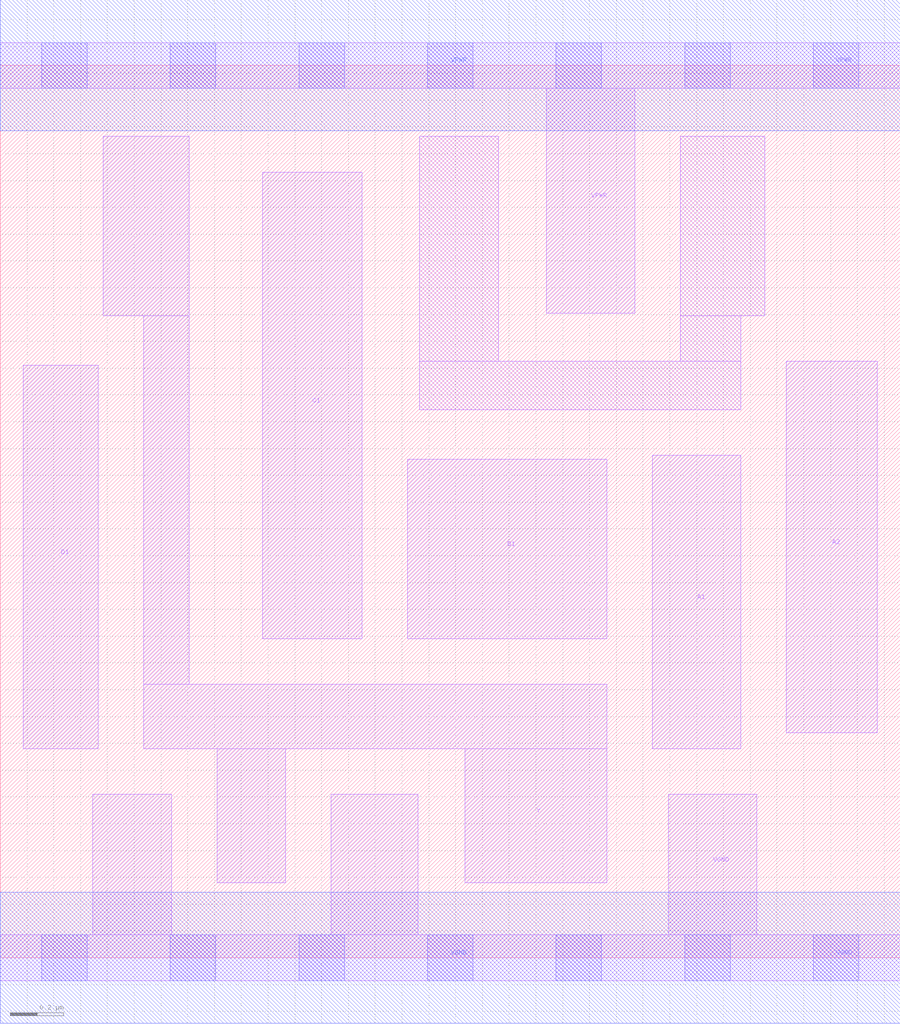
<source format=lef>
# Copyright 2020 The SkyWater PDK Authors
#
# Licensed under the Apache License, Version 2.0 (the "License");
# you may not use this file except in compliance with the License.
# You may obtain a copy of the License at
#
#     https://www.apache.org/licenses/LICENSE-2.0
#
# Unless required by applicable law or agreed to in writing, software
# distributed under the License is distributed on an "AS IS" BASIS,
# WITHOUT WARRANTIES OR CONDITIONS OF ANY KIND, either express or implied.
# See the License for the specific language governing permissions and
# limitations under the License.
#
# SPDX-License-Identifier: Apache-2.0

VERSION 5.7 ;
  NAMESCASESENSITIVE ON ;
  NOWIREEXTENSIONATPIN ON ;
  DIVIDERCHAR "/" ;
  BUSBITCHARS "[]" ;
UNITS
  DATABASE MICRONS 200 ;
END UNITS
MACRO sky130_fd_sc_lp__a2111oi_0
  CLASS CORE ;
  SOURCE USER ;
  FOREIGN sky130_fd_sc_lp__a2111oi_0 ;
  ORIGIN  0.000000  0.000000 ;
  SIZE  3.360000 BY  3.330000 ;
  SYMMETRY X Y R90 ;
  SITE unit ;
  PIN A1
    ANTENNAGATEAREA  0.159000 ;
    DIRECTION INPUT ;
    USE SIGNAL ;
    PORT
      LAYER li1 ;
        RECT 2.435000 0.780000 2.765000 1.875000 ;
    END
  END A1
  PIN A2
    ANTENNAGATEAREA  0.159000 ;
    DIRECTION INPUT ;
    USE SIGNAL ;
    PORT
      LAYER li1 ;
        RECT 2.935000 0.840000 3.275000 2.225000 ;
    END
  END A2
  PIN B1
    ANTENNAGATEAREA  0.159000 ;
    DIRECTION INPUT ;
    USE SIGNAL ;
    PORT
      LAYER li1 ;
        RECT 1.520000 1.190000 2.265000 1.860000 ;
    END
  END B1
  PIN C1
    ANTENNAGATEAREA  0.159000 ;
    DIRECTION INPUT ;
    USE SIGNAL ;
    PORT
      LAYER li1 ;
        RECT 0.980000 1.190000 1.350000 2.930000 ;
    END
  END C1
  PIN D1
    ANTENNAGATEAREA  0.159000 ;
    DIRECTION INPUT ;
    USE SIGNAL ;
    PORT
      LAYER li1 ;
        RECT 0.085000 0.780000 0.365000 2.210000 ;
    END
  END D1
  PIN Y
    ANTENNADIFFAREA  0.424000 ;
    DIRECTION OUTPUT ;
    USE SIGNAL ;
    PORT
      LAYER li1 ;
        RECT 0.385000 2.395000 0.705000 3.065000 ;
        RECT 0.535000 0.780000 2.265000 1.020000 ;
        RECT 0.535000 1.020000 0.705000 2.395000 ;
        RECT 0.810000 0.280000 1.065000 0.780000 ;
        RECT 1.735000 0.280000 2.265000 0.780000 ;
    END
  END Y
  PIN VGND
    DIRECTION INOUT ;
    USE GROUND ;
    PORT
      LAYER li1 ;
        RECT 0.000000 -0.085000 3.360000 0.085000 ;
        RECT 0.345000  0.085000 0.640000 0.610000 ;
        RECT 1.235000  0.085000 1.560000 0.610000 ;
        RECT 2.495000  0.085000 2.825000 0.610000 ;
      LAYER mcon ;
        RECT 0.155000 -0.085000 0.325000 0.085000 ;
        RECT 0.635000 -0.085000 0.805000 0.085000 ;
        RECT 1.115000 -0.085000 1.285000 0.085000 ;
        RECT 1.595000 -0.085000 1.765000 0.085000 ;
        RECT 2.075000 -0.085000 2.245000 0.085000 ;
        RECT 2.555000 -0.085000 2.725000 0.085000 ;
        RECT 3.035000 -0.085000 3.205000 0.085000 ;
      LAYER met1 ;
        RECT 0.000000 -0.245000 3.360000 0.245000 ;
    END
  END VGND
  PIN VPWR
    DIRECTION INOUT ;
    USE POWER ;
    PORT
      LAYER li1 ;
        RECT 0.000000 3.245000 3.360000 3.415000 ;
        RECT 2.040000 2.405000 2.370000 3.245000 ;
      LAYER mcon ;
        RECT 0.155000 3.245000 0.325000 3.415000 ;
        RECT 0.635000 3.245000 0.805000 3.415000 ;
        RECT 1.115000 3.245000 1.285000 3.415000 ;
        RECT 1.595000 3.245000 1.765000 3.415000 ;
        RECT 2.075000 3.245000 2.245000 3.415000 ;
        RECT 2.555000 3.245000 2.725000 3.415000 ;
        RECT 3.035000 3.245000 3.205000 3.415000 ;
      LAYER met1 ;
        RECT 0.000000 3.085000 3.360000 3.575000 ;
    END
  END VPWR
  OBS
    LAYER li1 ;
      RECT 1.565000 2.045000 2.765000 2.225000 ;
      RECT 1.565000 2.225000 1.860000 3.065000 ;
      RECT 2.540000 2.225000 2.765000 2.395000 ;
      RECT 2.540000 2.395000 2.855000 3.065000 ;
  END
END sky130_fd_sc_lp__a2111oi_0

</source>
